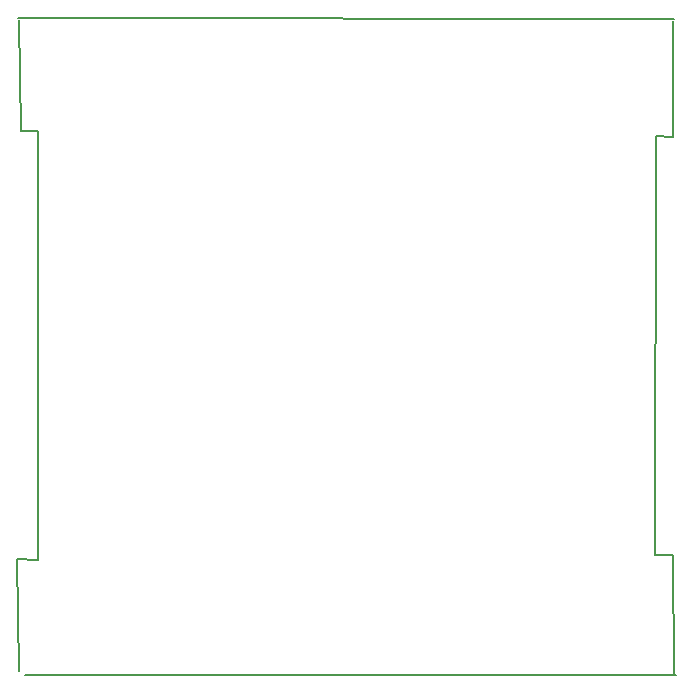
<source format=gbr>
G04 #@! TF.FileFunction,Profile,NP*
%FSLAX46Y46*%
G04 Gerber Fmt 4.6, Leading zero omitted, Abs format (unit mm)*
G04 Created by KiCad (PCBNEW 4.0.6) date 05/07/17 20:47:01*
%MOMM*%
%LPD*%
G01*
G04 APERTURE LIST*
%ADD10C,0.100000*%
%ADD11C,0.150000*%
G04 APERTURE END LIST*
D10*
D11*
X151261900Y-77199500D02*
X206764100Y-77352500D01*
X152931100Y-86782900D02*
X151452900Y-86838100D01*
X151188700Y-123039300D02*
X152931100Y-123119900D01*
X206797700Y-132716300D02*
X206692700Y-122724300D01*
X206692700Y-122724300D02*
X205189100Y-122698900D01*
X205189100Y-122698900D02*
X205294100Y-87205900D01*
X205294100Y-87205900D02*
X206696100Y-87310900D01*
X206696100Y-87310900D02*
X206696100Y-77445900D01*
X151347900Y-77395100D02*
X151452900Y-86838100D01*
X152931100Y-86782900D02*
X152931100Y-123119900D01*
X151188700Y-123039300D02*
X151293700Y-132505300D01*
X151952100Y-132825900D02*
X206952100Y-132825900D01*
X206843100Y-132825900D02*
X151843100Y-132825900D01*
M02*

</source>
